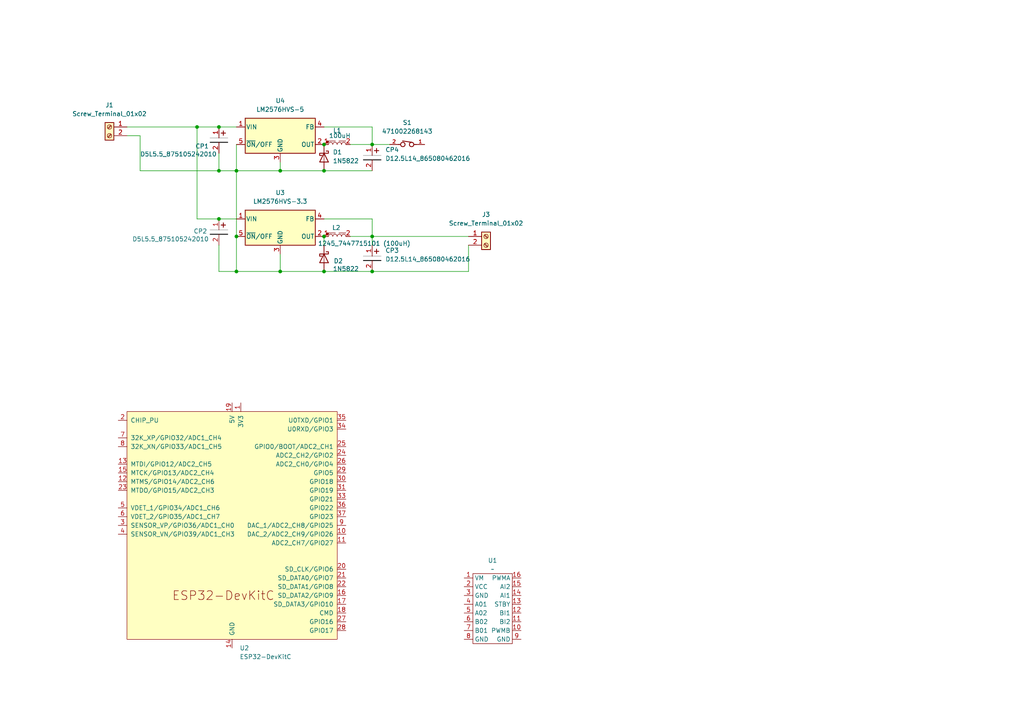
<source format=kicad_sch>
(kicad_sch (version 20231120) (generator "eeschema") (generator_version "8.0")
  (paper "A4")
  (lib_symbols
    (symbol "Connector:Screw_Terminal_01x02" (pin_names (offset 1.016) hide)
      (property "Reference" "J" (at 0 2.54 0))
      (property "Value" "Screw_Terminal_01x02" (at 0 -5.08 0))
      (symbol "Screw_Terminal_01x02_1_1"
        (rectangle (start -1.27 1.27) (end 1.27 -3.81) (stroke (width 0.254)) (fill (type background)))
        (circle (center 0 -2.54) (radius 0.635) (stroke (width 0.1524)))
        (polyline (pts (xy -0.5334 -2.2098) (xy 0.3302 -3.048)) (stroke (width 0.1524)))
        (polyline (pts (xy -0.5334 0.3302) (xy 0.3302 -0.508)) (stroke (width 0.1524)))
        (polyline (pts (xy -0.3556 -2.032) (xy 0.508 -2.8702)) (stroke (width 0.1524)))
        (polyline (pts (xy -0.3556 0.508) (xy 0.508 -0.3302)) (stroke (width 0.1524)))
        (circle (center 0 0) (radius 0.635) (stroke (width 0.1524)))
        (pin passive line (at -5.08 0 0) (length 3.81) (name "Pin_1") (number "1"))
        (pin passive line (at -5.08 -2.54 0) (length 3.81) (name "Pin_2") (number "2"))
      )
    )
    (symbol "D12.5L14_865080462016_1" (pin_names hide)
      (property "Reference" "CP" (at 0 5.08 0))
      (property "Value" "D12.5L14_865080462016" (at 0 -5.08 0))
      (symbol "D12.5L14_865080462016_1_1_1"
        (polyline (pts (xy -2.667 -1.27) (xy -1.397 -1.27)) (stroke (width 0.254)))
        (polyline (pts (xy -2.032 -0.635) (xy -2.032 -1.905)) (stroke (width 0.254)))
        (polyline (pts (xy -0.635 2.54) (xy -0.635 -2.54)) (stroke (width 0.254) (color 194 194 194 1)))
        (polyline (pts (xy 0.635 2.54) (xy 0.635 -2.54)) (stroke (width 0.254) (color 0 0 0 1)))
        (pin passive line (at -3.81 0 0) (length 3.175) (name "1") (number "1"))
        (pin passive line (at 3.81 0 180) (length 3.175) (name "2") (number "2"))
      )
    )
    (symbol "D5L5.5_875105242010_1" (pin_names hide)
      (property "Reference" "CP" (at 0 5.08 0))
      (property "Value" "D5L5.5_875105242010" (at 0 -5.08 0))
      (symbol "D5L5.5_875105242010_1_1_1"
        (polyline (pts (xy -2.667 -1.27) (xy -1.397 -1.27)) (stroke (width 0.254)))
        (polyline (pts (xy -2.032 -0.635) (xy -2.032 -1.905)) (stroke (width 0.254)))
        (polyline (pts (xy -0.635 2.54) (xy -0.635 -2.54)) (stroke (width 0.254) (color 194 194 194 1)))
        (polyline (pts (xy 0.635 2.54) (xy 0.635 -2.54)) (stroke (width 0.254) (color 0 0 0 1)))
        (pin passive line (at -3.81 0 0) (length 3.175) (name "1") (number "1"))
        (pin passive line (at 3.81 0 180) (length 3.175) (name "2") (number "2"))
      )
    )
    (symbol "Diode:1N5822" (pin_numbers hide) (pin_names (offset 1.016) hide)
      (property "Reference" "D" (at 0 2.54 0))
      (property "Value" "1N5822" (at 0 -2.54 0))
      (symbol "1N5822_0_1"
        (polyline (pts (xy 1.27 0) (xy -1.27 0)))
        (polyline (pts (xy 1.27 1.27) (xy 1.27 -1.27) (xy -1.27 0) (xy 1.27 1.27)) (stroke (width 0.254)))
        (polyline (pts (xy -1.905 0.635) (xy -1.905 1.27) (xy -1.27 1.27) (xy -1.27 -1.27) (xy -0.635 -1.27) (xy -0.635 -0.635)) (stroke (width 0.254)))
      )
      (symbol "1N5822_1_1"
        (pin passive line (at -3.81 0 0) (length 2.54) (name "K") (number "1"))
        (pin passive line (at 3.81 0 180) (length 2.54) (name "A") (number "2"))
      )
    )
    (symbol "PCM_Espressif:ESP32-DevKitC" (pin_names (offset 1.016))
      (property "Reference" "U" (at -30.48 38.1 0))
      (property "Value" "ESP32-DevKitC" (at -30.48 35.56 0))
      (symbol "ESP32-DevKitC_0_0"
        (text "ESP32-DevKitC" (at -2.54 -20.32 0) (effects (font (size 2.54 2.54))))
        (pin power_in line (at 0 -35.56 90) (length 2.54) (name "GND") (number "14"))
        (pin power_in line (at 0 35.56 270) (length 2.54) (name "5V") (number "19"))
      )
      (symbol "ESP32-DevKitC_0_1"
        (rectangle (start -30.48 33.02) (end 30.48 -33.02) (fill (type background)))
      )
      (symbol "ESP32-DevKitC_1_1"
        (pin power_in line (at 2.54 35.56 270) (length 2.54) (name "3V3") (number "1"))
        (pin bidirectional line (at 33.02 -2.54 180) (length 2.54) (name "DAC_2/ADC2_CH9/GPIO26") (number "10"))
        (pin bidirectional line (at 33.02 -5.08 180) (length 2.54) (name "ADC2_CH7/GPIO27") (number "11"))
        (pin bidirectional line (at -33.02 12.7 0) (length 2.54) (name "MTMS/GPIO14/ADC2_CH6") (number "12"))
        (pin bidirectional line (at -33.02 17.78 0) (length 2.54) (name "MTDI/GPIO12/ADC2_CH5") (number "13"))
        (pin bidirectional line (at -33.02 15.24 0) (length 2.54) (name "MTCK/GPIO13/ADC2_CH4") (number "15"))
        (pin bidirectional line (at 33.02 -20.32 180) (length 2.54) (name "SD_DATA2/GPIO9") (number "16"))
        (pin bidirectional line (at 33.02 -22.86 180) (length 2.54) (name "SD_DATA3/GPIO10") (number "17"))
        (pin bidirectional line (at 33.02 -25.4 180) (length 2.54) (name "CMD") (number "18"))
        (pin input line (at -33.02 30.48 0) (length 2.54) (name "CHIP_PU") (number "2"))
        (pin bidirectional line (at 33.02 -12.7 180) (length 2.54) (name "SD_CLK/GPIO6") (number "20"))
        (pin bidirectional line (at 33.02 -15.24 180) (length 2.54) (name "SD_DATA0/GPIO7") (number "21"))
        (pin bidirectional line (at 33.02 -17.78 180) (length 2.54) (name "SD_DATA1/GPIO8") (number "22"))
        (pin bidirectional line (at -33.02 10.16 0) (length 2.54) (name "MTDO/GPIO15/ADC2_CH3") (number "23"))
        (pin bidirectional line (at 33.02 20.32 180) (length 2.54) (name "ADC2_CH2/GPIO2") (number "24"))
        (pin bidirectional line (at 33.02 22.86 180) (length 2.54) (name "GPIO0/BOOT/ADC2_CH1") (number "25"))
        (pin bidirectional line (at 33.02 17.78 180) (length 2.54) (name "ADC2_CH0/GPIO4") (number "26"))
        (pin bidirectional line (at 33.02 -27.94 180) (length 2.54) (name "GPIO16") (number "27"))
        (pin bidirectional line (at 33.02 -30.48 180) (length 2.54) (name "GPIO17") (number "28"))
        (pin bidirectional line (at 33.02 15.24 180) (length 2.54) (name "GPIO5") (number "29"))
        (pin input line (at -33.02 0 0) (length 2.54) (name "SENSOR_VP/GPIO36/ADC1_CH0") (number "3"))
        (pin bidirectional line (at 33.02 12.7 180) (length 2.54) (name "GPIO18") (number "30"))
        (pin bidirectional line (at 33.02 10.16 180) (length 2.54) (name "GPIO19") (number "31"))
        (pin passive line (at 0 -35.56 90) (length 2.54) hide (name "GND") (number "32"))
        (pin bidirectional line (at 33.02 7.62 180) (length 2.54) (name "GPIO21") (number "33"))
        (pin bidirectional line (at 33.02 27.94 180) (length 2.54) (name "U0RXD/GPIO3") (number "34"))
        (pin bidirectional line (at 33.02 30.48 180) (length 2.54) (name "U0TXD/GPIO1") (number "35"))
        (pin bidirectional line (at 33.02 5.08 180) (length 2.54) (name "GPIO22") (number "36"))
        (pin bidirectional line (at 33.02 2.54 180) (length 2.54) (name "GPIO23") (number "37"))
        (pin passive line (at 0 -35.56 90) (length 2.54) hide (name "GND") (number "38"))
        (pin input line (at -33.02 -2.54 0) (length 2.54) (name "SENSOR_VN/GPIO39/ADC1_CH3") (number "4"))
        (pin input line (at -33.02 5.08 0) (length 2.54) (name "VDET_1/GPIO34/ADC1_CH6") (number "5"))
        (pin input line (at -33.02 2.54 0) (length 2.54) (name "VDET_2/GPIO35/ADC1_CH7") (number "6"))
        (pin bidirectional line (at -33.02 25.4 0) (length 2.54) (name "32K_XP/GPIO32/ADC1_CH4") (number "7"))
        (pin bidirectional line (at -33.02 22.86 0) (length 2.54) (name "32K_XN/GPIO33/ADC1_CH5") (number "8"))
        (pin bidirectional line (at 33.02 0 180) (length 2.54) (name "DAC_1/ADC2_CH8/GPIO25") (number "9"))
      )
    )
    (symbol "Regulator_Switching:LM2576HVS-3.3" (pin_names (offset 0.254))
      (property "Reference" "U" (at -10.16 6.35 0))
      (property "Value" "LM2576HVS-3.3" (at 0 6.35 0))
      (symbol "LM2576HVS-3.3_0_1"
        (rectangle (start -10.16 5.08) (end 10.16 -5.08) (stroke (width 0.254)) (fill (type background)))
      )
      (symbol "LM2576HVS-3.3_1_1"
        (pin power_in line (at -12.7 2.54 0) (length 2.54) (name "VIN") (number "1"))
        (pin output line (at 12.7 -2.54 180) (length 2.54) (name "OUT") (number "2"))
        (pin power_in line (at 0 -7.62 90) (length 2.54) (name "GND") (number "3"))
        (pin input line (at 12.7 2.54 180) (length 2.54) (name "FB") (number "4"))
        (pin input line (at -12.7 -2.54 0) (length 2.54) (name "~{ON}/OFF") (number "5"))
      )
    )
    (symbol "Regulator_Switching:LM2576HVS-5" (pin_names (offset 0.254))
      (property "Reference" "U" (at -10.16 6.35 0))
      (property "Value" "LM2576HVS-5" (at 0 6.35 0))
      (symbol "LM2576HVS-5_0_1"
        (rectangle (start -10.16 5.08) (end 10.16 -5.08) (stroke (width 0.254)) (fill (type background)))
      )
      (symbol "LM2576HVS-5_1_1"
        (pin power_in line (at -12.7 2.54 0) (length 2.54) (name "VIN") (number "1"))
        (pin output line (at 12.7 -2.54 180) (length 2.54) (name "OUT") (number "2"))
        (pin power_in line (at 0 -7.62 90) (length 2.54) (name "GND") (number "3"))
        (pin input line (at 12.7 2.54 180) (length 2.54) (name "FB") (number "4"))
        (pin input line (at -12.7 -2.54 0) (length 2.54) (name "~{ON}/OFF") (number "5"))
      )
    )
    (symbol "WE-RSTV:471002268143" (pin_names (offset 1.016))
      (property "Reference" "S" (at 0.07 2.54 0))
      (symbol "471002268143_0_0"
        (circle (center -1.27 0) (radius 0.635) (stroke (width 0.254)))
        (polyline (pts (xy -2.54 0) (xy -1.905 0)) (stroke (width 0.254)))
        (polyline (pts (xy 1.36 0.64) (xy -1.36 1.03)) (stroke (width 0.254)))
        (polyline (pts (xy 2.54 0) (xy 1.905 0)) (stroke (width 0.254)))
        (circle (center 1.27 0) (radius 0.635) (stroke (width 0.254)))
        (pin passive line (at 5.08 0 180) (length 2.54) (name "~") (number "1"))
        (pin passive line (at -5.08 0 0) (length 2.54) (name "~") (number "2"))
      )
    )
    (symbol "WurthE_inductors:1245_7447715101" (pin_names hide)
      (property "Reference" "L" (at 0 5.08 0))
      (property "Value" "1245_7447715101" (at 0 -2.54 0))
      (symbol "1245_7447715101_0_1"
        (arc (start -1.27 0) (mid -1.905 0.6323) (end -2.54 0))
        (arc (start 0 0) (mid -0.635 0.6323) (end -1.27 0))
        (polyline (pts (xy -2.54 1.016) (xy -0.508 1.016)))
        (arc (start 1.27 0) (mid 0.635 0.6323) (end 0 0))
        (arc (start 2.54 0) (mid 1.905 0.6323) (end 1.27 0))
      )
      (symbol "1245_7447715101_1_1"
        (circle (center -2.794 0.762) (radius 0.0001) (stroke (width 0.381)))
        (polyline (pts (xy 2.54 1.016) (xy 0.508 1.016)))
        (pin passive line (at -3.81 0 0) (length 1.27) (name "1") (number "1"))
        (pin passive line (at 3.81 0 180) (length 1.27) (name "2") (number "2"))
      )
    )
    (symbol "custom:TB6612FNG_BoB"
      (property "Reference" "U" (at 4.064 4.064 0))
      (symbol "TB6612FNG_BoB_0_1"
        (rectangle (start -1.27 25.4) (end 10.16 5.08))
      )
      (symbol "TB6612FNG_BoB_1_1"
        (pin power_in line (at -3.81 24.13 0) (length 2.54) (name "VM") (number "1"))
        (pin input line (at 12.7 8.89 180) (length 2.54) (name "PWMB") (number "10"))
        (pin input line (at 12.7 11.43 180) (length 2.54) (name "BI2") (number "11"))
        (pin input line (at 12.7 13.97 180) (length 2.54) (name "BI1") (number "12"))
        (pin input line (at 12.7 16.51 180) (length 2.54) (name "STBY") (number "13"))
        (pin input line (at 12.7 19.05 180) (length 2.54) (name "AI1") (number "14"))
        (pin input line (at 12.7 21.59 180) (length 2.54) (name "AI2") (number "15"))
        (pin input line (at 12.7 24.13 180) (length 2.54) (name "PWMA") (number "16"))
        (pin power_in line (at -3.81 21.59 0) (length 2.54) (name "VCC") (number "2"))
        (pin power_in line (at -3.81 19.05 0) (length 2.54) (name "GND") (number "3"))
        (pin output line (at -3.81 16.51 0) (length 2.54) (name "A01") (number "4"))
        (pin output line (at -3.81 13.97 0) (length 2.54) (name "A02") (number "5"))
        (pin output line (at -3.81 11.43 0) (length 2.54) (name "B02") (number "6"))
        (pin output line (at -3.81 8.89 0) (length 2.54) (name "B01") (number "7"))
        (pin power_in line (at -3.81 6.35 0) (length 2.54) (name "GND") (number "8"))
        (pin power_in line (at 12.7 6.35 180) (length 2.54) (name "GND") (number "9"))
      )
    )
  )
  (junction (at 68.58 49.53))
  (junction (at 107.95 78.74))
  (junction (at 107.95 41.91))
  (junction (at 93.98 68.58))
  (junction (at 68.58 78.74))
  (junction (at 93.98 78.74))
  (junction (at 81.28 49.53))
  (junction (at 107.95 68.58))
  (junction (at 63.5 36.83))
  (junction (at 81.28 78.74))
  (junction (at 63.5 49.53))
  (junction (at 93.98 49.53))
  (junction (at 93.98 41.91))
  (junction (at 57.15 36.83))
  (junction (at 68.58 68.58))
  (junction (at 63.5 63.5))
  (wire (pts (xy 135.89 71.12) (xy 135.89 78.74)))
  (wire (pts (xy 107.95 41.91) (xy 113.03 41.91)))
  (wire (pts (xy 68.58 49.53) (xy 68.58 68.58)))
  (wire (pts (xy 36.83 36.83) (xy 57.15 36.83)))
  (wire (pts (xy 63.5 63.5) (xy 57.15 63.5)))
  (wire (pts (xy 107.95 63.5) (xy 107.95 68.58)))
  (wire (pts (xy 93.98 36.83) (xy 107.95 36.83)))
  (wire (pts (xy 93.98 78.74) (xy 107.95 78.74)))
  (wire (pts (xy 63.5 36.83) (xy 68.58 36.83)))
  (wire (pts (xy 57.15 36.83) (xy 57.15 63.5)))
  (wire (pts (xy 81.28 73.66) (xy 81.28 78.74)))
  (wire (pts (xy 93.98 68.58) (xy 93.98 71.12)))
  (wire (pts (xy 63.5 63.5) (xy 68.58 63.5)))
  (wire (pts (xy 63.5 49.53) (xy 68.58 49.53)))
  (wire (pts (xy 107.95 71.12) (xy 107.95 68.58)))
  (wire (pts (xy 81.28 49.53) (xy 93.98 49.53)))
  (wire (pts (xy 68.58 68.58) (xy 68.58 78.74)))
  (wire (pts (xy 63.5 44.45) (xy 63.5 49.53)))
  (wire (pts (xy 36.83 39.37) (xy 40.64 39.37)))
  (wire (pts (xy 68.58 41.91) (xy 68.58 49.53)))
  (wire (pts (xy 57.15 36.83) (xy 63.5 36.83)))
  (wire (pts (xy 81.28 46.99) (xy 81.28 49.53)))
  (wire (pts (xy 107.95 68.58) (xy 101.6 68.58)))
  (wire (pts (xy 107.95 36.83) (xy 107.95 41.91)))
  (wire (pts (xy 68.58 49.53) (xy 81.28 49.53)))
  (wire (pts (xy 135.89 78.74) (xy 107.95 78.74)))
  (wire (pts (xy 81.28 78.74) (xy 93.98 78.74)))
  (wire (pts (xy 93.98 63.5) (xy 107.95 63.5)))
  (wire (pts (xy 63.5 71.12) (xy 63.5 78.74)))
  (wire (pts (xy 101.6 41.91) (xy 107.95 41.91)))
  (wire (pts (xy 40.64 49.53) (xy 63.5 49.53)))
  (wire (pts (xy 93.98 49.53) (xy 107.95 49.53)))
  (wire (pts (xy 107.95 68.58) (xy 135.89 68.58)))
  (wire (pts (xy 40.64 39.37) (xy 40.64 49.53)))
  (wire (pts (xy 63.5 78.74) (xy 68.58 78.74)))
  (wire (pts (xy 68.58 78.74) (xy 81.28 78.74)))
  (symbol (lib_id "Connector:Screw_Terminal_01x02") (at 31.75 36.83 0) (mirror y) (unit 1)
    (property "Reference" "J1" (at 31.75 30.48 0))
    (property "Value" "Screw_Terminal_01x02" (at 31.75 33.02 0))
    (property "Footprint" "terminal:CUI_TB002-500-02BE" (effects (hide yes)))
    (property "Description" "Generic screw terminal, single row, 01x02, script generated (kicad-library-utils/schlib/autogen/connector/)" (effects (hide yes)))
  )
  (symbol (lib_name "D5L5.5_875105242010_1") (lib_id "WurthE:D5L5.5_875105242010") (at 63.5 67.31 90) (mirror x) (unit 1)
    (property "Reference" "CP2" (at 56.134 67.056 90) (effects (justify right)))
    (property "Value" "D5L5.5_875105242010" (at 38.354 69.342 90) (effects (justify right)))
    (property "Footprint" "WurthE:CP_Wurth_WCAP-PSLP-D5L5.5" (effects (hide yes)))
    (property "Datasheet" "https://www.we-online.com/catalog/datasheet/875105242010.pdf?ki" (effects (hide yes)))
    (property "Description" "Aluminum Polymer Capacitors Low Profile" (effects (hide yes)))
    (property "Manufacturer" "Wurth Elektronik" (effects (hide yes)))
    (property "Manufacturer URL" "https://www.we-online.com" (effects (hide yes)))
    (property "Published Date" "20250102" (effects (hide yes)))
    (property "Match Code" "WCAP-PSLP" (effects (hide yes)))
    (property "Part Number" "875105242010" (effects (hide yes)))
    (property "Size" "D5L5.5" (effects (hide yes)))
    (property "Mounting Technology" "SMT" (effects (hide yes)))
    (property "Endurance (h)" "2000" (effects (hide yes)))
    (property "Operating Temperature" "-55 °C up to +105 °C" (effects (hide yes)))
    (property "IRIPPLE (mA)" "1970" (effects (hide yes)))
    (property "RESR (mΩ)" "30" (effects (hide yes)))
    (property "ILeak (µA)" "300" (effects (hide yes)))
    (property "DF (%)" "8" (effects (hide yes)))
    (property "Ø D (mm)" "5.0" (effects (hide yes)))
    (property "L (mm)" "5.5" (effects (hide yes)))
  )
  (symbol (lib_id "Regulator_Switching:LM2576HVS-5") (at 81.28 39.37 0) (unit 1)
    (property "Reference" "U4" (at 81.28 29.21 0))
    (property "Value" "LM2576HVS-5" (at 81.28 31.75 0))
    (property "Footprint" "Package_TO_SOT_SMD:TO-263-5_TabPin3" (effects (hide yes)))
    (property "Datasheet" "http://www.ti.com/lit/ds/symlink/lm2576.pdf" (effects (hide yes)))
    (property "Description" "5V 3A, SIMPLE SWITCHER® Step-Down Voltage Regulator, High Voltage Input, TO-263" (effects (hide yes)))
  )
  (symbol (lib_id "Connector:Screw_Terminal_01x02") (at 140.97 68.58 0) (unit 1)
    (property "Reference" "J3" (at 140.97 62.23 0))
    (property "Value" "Screw_Terminal_01x02" (at 140.97 64.77 0))
    (property "Footprint" "terminal:CUI_TB002-500-02BE" (effects (hide yes)))
    (property "Description" "Generic screw terminal, single row, 01x02, script generated (kicad-library-utils/schlib/autogen/connector/)" (effects (hide yes)))
  )
  (symbol (lib_name "D5L5.5_875105242010_1") (lib_id "WurthE:D5L5.5_875105242010") (at 63.5 40.64 90) (mirror x) (unit 1)
    (property "Reference" "CP1" (at 56.642 42.418 90) (effects (justify right)))
    (property "Value" "D5L5.5_875105242010" (at 40.64 44.704 90) (effects (justify right)))
    (property "Footprint" "WurthE:CP_Wurth_WCAP-PSLP-D5L5.5" (effects (hide yes)))
    (property "Datasheet" "https://www.we-online.com/catalog/datasheet/875105242010.pdf?ki" (effects (hide yes)))
    (property "Description" "Aluminum Polymer Capacitors Low Profile" (effects (hide yes)))
    (property "Manufacturer" "Wurth Elektronik" (effects (hide yes)))
    (property "Manufacturer URL" "https://www.we-online.com" (effects (hide yes)))
    (property "Published Date" "20250102" (effects (hide yes)))
    (property "Match Code" "WCAP-PSLP" (effects (hide yes)))
    (property "Part Number" "875105242010" (effects (hide yes)))
    (property "Size" "D5L5.5" (effects (hide yes)))
    (property "Mounting Technology" "SMT" (effects (hide yes)))
    (property "Endurance (h)" "2000" (effects (hide yes)))
    (property "Operating Temperature" "-55 °C up to +105 °C" (effects (hide yes)))
    (property "IRIPPLE (mA)" "1970" (effects (hide yes)))
    (property "RESR (mΩ)" "30" (effects (hide yes)))
    (property "ILeak (µA)" "300" (effects (hide yes)))
    (property "DF (%)" "8" (effects (hide yes)))
    (property "Ø D (mm)" "5.0" (effects (hide yes)))
    (property "L (mm)" "5.5" (effects (hide yes)))
  )
  (symbol (lib_name "D12.5L14_865080462016_1") (lib_id "WE-ASLI:D12.5L14_865080462016") (at 107.95 74.93 90) (mirror x) (unit 1)
    (property "Reference" "CP3" (at 111.76 72.6439 90) (effects (justify right)))
    (property "Value" "D12.5L14_865080462016" (at 111.76 75.1839 90) (effects (justify right)))
    (property "Footprint" "WurthE:CP_Wurth_WCAP-ASLI-D12.5L14" (effects (hide yes)))
    (property "Datasheet" "https://www.we-online.com/catalog/datasheet/865080462016.pdf?ki" (effects (hide yes)))
    (property "Description" "Aluminum Electrolytic Capacitors Low Impedance +105 °C" (effects (hide yes)))
    (property "Manufacturer" "Wurth Elektronik" (effects (hide yes)))
    (property "Manufacturer URL" "https://www.we-online.com" (effects (hide yes)))
    (property "Published Date" "20241231" (effects (hide yes)))
    (property "Match Code" "WCAP-ASLI" (effects (hide yes)))
    (property "Part Number" "865080462016" (effects (hide yes)))
    (property "Size" "D12.5L14" (effects (hide yes)))
    (property "Mounting Technology" "SMT" (effects (hide yes)))
    (property "C" "1000 µF" (effects (hide yes)))
    (property "VR (V (DC))" "25.0" (effects (hide yes)))
    (property "Endurance (h)" "5000" (effects (hide yes)))
    (property "Operating Temperature" "-55 °C up to +105 °C" (effects (hide yes)))
    (property "IRIPPLE (mA)" "1100.0" (effects (hide yes)))
    (property "Z (mΩ)" "80" (effects (hide yes)))
    (property "ILeak (µA)" "250.0" (effects (hide yes)))
    (property "DF (%)" "14" (effects (hide yes)))
    (property "Ø D (mm)" "12.5" (effects (hide yes)))
    (property "L (mm)" "14.0" (effects (hide yes)))
  )
  (symbol (lib_id "WurthE_inductors:1245_7447715101") (at 97.79 41.91 0) (unit 1)
    (property "Reference" "L1" (at 97.79 37.846 0))
    (property "Value" "100uH" (at 98.552 39.37 0))
    (property "Footprint" "WE-PD:L_Wurth_WE-PD-1245" (effects (hide yes)))
    (property "Datasheet" "https://www.we-online.com/catalog/datasheet/7447715101.pdf?ki" (effects (hide yes)))
    (property "Description" "WE-PD SMT Power Inductor" (effects (hide yes)))
    (property "Manufacturer" "Wurth Elektronik" (effects (hide yes)))
    (property "Manufacturer URL" "https://www.we-online.com" (effects (hide yes)))
    (property "Published Date" "20241205" (effects (hide yes)))
    (property "Match Code" "WE-PD" (effects (hide yes)))
    (property "Part Number" "7447715101" (effects (hide yes)))
    (property "Size" "1245" (effects (hide yes)))
    (property "Mounting Technology" "SMT" (effects (hide yes)))
    (property "L (µH)" "100.0" (effects (hide yes)))
    (property "IRP,40K (A)" "1.95" (effects (hide yes)))
    (property "ISAT (A)" "1.4" (effects (hide yes)))
    (property "RDC max. (mΩ)" "270.0" (effects (hide yes)))
    (property "fres (MHz)" "6.9" (effects (hide yes)))
    (property "Version" "Standard" (effects (hide yes)))
  )
  (symbol (lib_name "D12.5L14_865080462016_1") (lib_id "WE-ASLI:D12.5L14_865080462016") (at 107.95 45.72 90) (mirror x) (unit 1)
    (property "Reference" "CP4" (at 111.76 43.4339 90) (effects (justify right)))
    (property "Value" "D12.5L14_865080462016" (at 111.76 45.9739 90) (effects (justify right)))
    (property "Footprint" "WurthE:CP_Wurth_WCAP-ASLI-D12.5L14" (effects (hide yes)))
    (property "Datasheet" "https://www.we-online.com/catalog/datasheet/865080462016.pdf?ki" (effects (hide yes)))
    (property "Description" "Aluminum Electrolytic Capacitors Low Impedance +105 °C" (effects (hide yes)))
    (property "Manufacturer" "Wurth Elektronik" (effects (hide yes)))
    (property "Manufacturer URL" "https://www.we-online.com" (effects (hide yes)))
    (property "Published Date" "20241231" (effects (hide yes)))
    (property "Match Code" "WCAP-ASLI" (effects (hide yes)))
    (property "Part Number" "865080462016" (effects (hide yes)))
    (property "Size" "D12.5L14" (effects (hide yes)))
    (property "Mounting Technology" "SMT" (effects (hide yes)))
    (property "C" "1000 µF" (effects (hide yes)))
    (property "VR (V (DC))" "25.0" (effects (hide yes)))
    (property "Endurance (h)" "5000" (effects (hide yes)))
    (property "Operating Temperature" "-55 °C up to +105 °C" (effects (hide yes)))
    (property "IRIPPLE (mA)" "1100.0" (effects (hide yes)))
    (property "Z (mΩ)" "80" (effects (hide yes)))
    (property "ILeak (µA)" "250.0" (effects (hide yes)))
    (property "DF (%)" "14" (effects (hide yes)))
    (property "Ø D (mm)" "12.5" (effects (hide yes)))
    (property "L (mm)" "14.0" (effects (hide yes)))
  )
  (symbol (lib_id "Diode:1N5822") (at 93.98 45.72 270) (unit 1)
    (property "Reference" "D1" (at 96.52 44.1324 90) (effects (justify left)))
    (property "Value" "1N5822" (at 96.52 46.6724 90) (effects (justify left)))
    (property "Footprint" "Diode_THT:D_DO-201AD_P15.24mm_Horizontal" (effects (hide yes)))
    (property "Datasheet" "http://www.vishay.com/docs/88526/1n5820.pdf" (effects (hide yes)))
    (property "Description" "40V 3A Schottky Barrier Rectifier Diode, DO-201AD" (effects (hide yes)))
  )
  (symbol (lib_id "WE-RSTV:471002268143") (at 118.11 41.91 0) (unit 1)
    (property "Reference" "S1" (at 118.11 35.56 0))
    (property "Value" "471002268143" (at 118.11 38.1 0))
    (property "Footprint" "WE-RSTV:switch_471002268143_actual" (effects (hide yes)))
    (property "FRAME-COLOR" "Black" (effects (hide yes)))
    (property "VALUE" "471002268143" (effects (hide yes)))
    (property "QTY" "100" (effects (hide yes)))
    (property "ACTUATOR-COLOR" "Black" (effects (hide yes)))
    (property "DATASHEET-URL" "https://www.we-online.com/redexpert/spec/471002268143?ae" (effects (hide yes)))
    (property "PART-NUMBER" "471002268143" (effects (hide yes)))
  )
  (symbol (lib_id "PCM_Espressif:ESP32-DevKitC") (at 67.31 152.4 0) (unit 1)
    (property "Reference" "U2" (at 69.5041 187.96 0) (effects (justify left)))
    (property "Value" "ESP32-DevKitC" (at 69.5041 190.5 0) (effects (justify left)))
    (property "Footprint" "PCM_Espressif:ESP32-DevKitC" (effects (hide yes)))
    (property "Datasheet" "https://docs.espressif.com/projects/esp-idf/zh_CN/latest/esp32/hw-reference/esp32/get-started-devkitc.html" (effects (hide yes)))
    (property "Description" "Development Kit" (effects (hide yes)))
  )
  (symbol (lib_id "WurthE_inductors:1245_7447715101") (at 97.79 68.58 0) (unit 1)
    (property "Reference" "L2" (at 97.536 66.04 0))
    (property "Value" "1245_7447715101 (100uH)" (at 105.664 70.612 0))
    (property "Footprint" "WE-PD:L_Wurth_WE-PD-1245" (effects (hide yes)))
    (property "Datasheet" "https://www.we-online.com/catalog/datasheet/7447715101.pdf?ki" (effects (hide yes)))
    (property "Description" "WE-PD SMT Power Inductor" (effects (hide yes)))
    (property "Manufacturer" "Wurth Elektronik" (effects (hide yes)))
    (property "Manufacturer URL" "https://www.we-online.com" (effects (hide yes)))
    (property "Published Date" "20241205" (effects (hide yes)))
    (property "Match Code" "WE-PD" (effects (hide yes)))
    (property "Part Number" "7447715101" (effects (hide yes)))
    (property "Size" "1245" (effects (hide yes)))
    (property "Mounting Technology" "SMT" (effects (hide yes)))
    (property "L (µH)" "100.0" (effects (hide yes)))
    (property "IRP,40K (A)" "1.95" (effects (hide yes)))
    (property "ISAT (A)" "1.4" (effects (hide yes)))
    (property "RDC max. (mΩ)" "270.0" (effects (hide yes)))
    (property "fres (MHz)" "6.9" (effects (hide yes)))
    (property "Version" "Standard" (effects (hide yes)))
  )
  (symbol (lib_id "Diode:1N5822") (at 93.98 74.93 270) (unit 1)
    (property "Reference" "D2" (at 96.774 75.692 90) (effects (justify left)))
    (property "Value" "1N5822" (at 96.52 77.978 90) (effects (justify left)))
    (property "Footprint" "Diode_THT:D_DO-201AD_P15.24mm_Horizontal" (effects (hide yes)))
    (property "Datasheet" "http://www.vishay.com/docs/88526/1n5820.pdf" (effects (hide yes)))
    (property "Description" "40V 3A Schottky Barrier Rectifier Diode, DO-201AD" (effects (hide yes)))
  )
  (symbol (lib_id "custom:TB6612FNG_BoB") (at 138.43 191.77 0) (unit 1)
    (property "Reference" "U1" (at 142.875 162.56 0))
    (property "Value" "~" (at 142.875 165.1 0))
    (property "Footprint" "custom:TB6612FNG_BoB" (effects (hide yes)))
  )
  (symbol (lib_id "Regulator_Switching:LM2576HVS-3.3") (at 81.28 66.04 0) (unit 1)
    (property "Reference" "U3" (at 81.28 55.88 0))
    (property "Value" "LM2576HVS-3.3" (at 81.28 58.42 0))
    (property "Footprint" "Package_TO_SOT_SMD:TO-263-5_TabPin3" (effects (hide yes)))
    (property "Datasheet" "http://www.ti.com/lit/ds/symlink/lm2576.pdf" (effects (hide yes)))
    (property "Description" "3.3V, 3A, SIMPLE SWITCHER® Step-Down Voltage Regulator, High Voltage Input, TO-263" (effects (hide yes)))
  )
)
</source>
